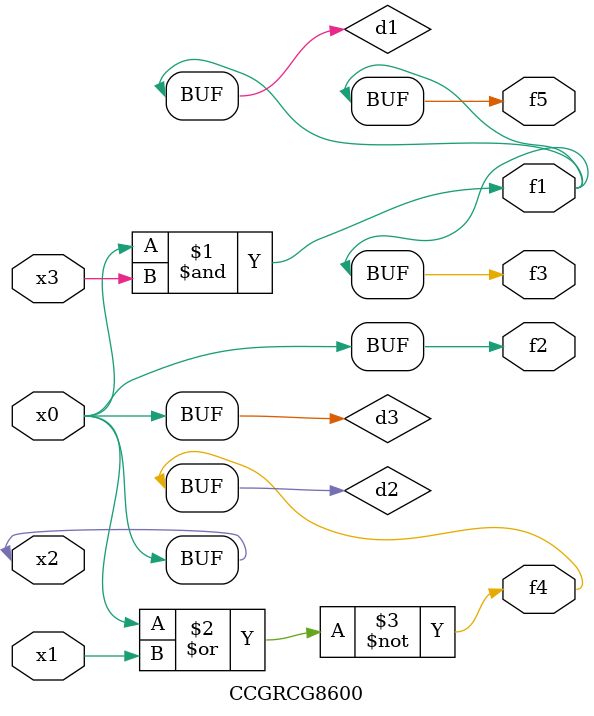
<source format=v>
module CCGRCG8600(
	input x0, x1, x2, x3,
	output f1, f2, f3, f4, f5
);

	wire d1, d2, d3;

	and (d1, x2, x3);
	nor (d2, x0, x1);
	buf (d3, x0, x2);
	assign f1 = d1;
	assign f2 = d3;
	assign f3 = d1;
	assign f4 = d2;
	assign f5 = d1;
endmodule

</source>
